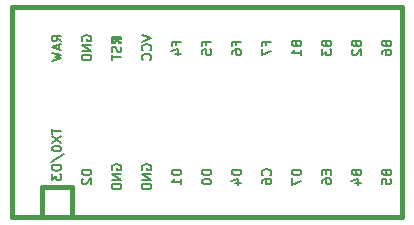
<source format=gbo>
G04 #@! TF.GenerationSoftware,KiCad,Pcbnew,5.1.7*
G04 #@! TF.CreationDate,2020-11-29T13:06:50+02:00*
G04 #@! TF.ProjectId,PM THT Van,504d2054-4854-4205-9661-6e2e6b696361,rev?*
G04 #@! TF.SameCoordinates,Original*
G04 #@! TF.FileFunction,Legend,Bot*
G04 #@! TF.FilePolarity,Positive*
%FSLAX46Y46*%
G04 Gerber Fmt 4.6, Leading zero omitted, Abs format (unit mm)*
G04 Created by KiCad (PCBNEW 5.1.7) date 2020-11-29 13:06:50*
%MOMM*%
%LPD*%
G01*
G04 APERTURE LIST*
%ADD10C,0.381000*%
%ADD11C,0.150000*%
%ADD12C,2.250000*%
%ADD13C,3.987800*%
%ADD14C,1.750000*%
%ADD15C,3.048000*%
%ADD16C,0.100000*%
%ADD17C,1.752600*%
%ADD18R,1.752600X1.752600*%
G04 APERTURE END LIST*
D10*
G04 #@! TO.C,U1*
X45243800Y-59531200D02*
X45243800Y-62071200D01*
X42703800Y-59531200D02*
X45243800Y-59531200D01*
D11*
G36*
X48992830Y-47136565D02*
G01*
X49092830Y-47136565D01*
X49092830Y-47036565D01*
X48992830Y-47036565D01*
X48992830Y-47136565D01*
G37*
X48992830Y-47136565D02*
X49092830Y-47136565D01*
X49092830Y-47036565D01*
X48992830Y-47036565D01*
X48992830Y-47136565D01*
G36*
X48592830Y-46936565D02*
G01*
X49392830Y-46936565D01*
X49392830Y-46836565D01*
X48592830Y-46836565D01*
X48592830Y-46936565D01*
G37*
X48592830Y-46936565D02*
X49392830Y-46936565D01*
X49392830Y-46836565D01*
X48592830Y-46836565D01*
X48592830Y-46936565D01*
G36*
X49192830Y-47336565D02*
G01*
X49392830Y-47336565D01*
X49392830Y-47236565D01*
X49192830Y-47236565D01*
X49192830Y-47336565D01*
G37*
X49192830Y-47336565D02*
X49392830Y-47336565D01*
X49392830Y-47236565D01*
X49192830Y-47236565D01*
X49192830Y-47336565D01*
G36*
X48592830Y-47336565D02*
G01*
X48892830Y-47336565D01*
X48892830Y-47236565D01*
X48592830Y-47236565D01*
X48592830Y-47336565D01*
G37*
X48592830Y-47336565D02*
X48892830Y-47336565D01*
X48892830Y-47236565D01*
X48592830Y-47236565D01*
X48592830Y-47336565D01*
G36*
X48592830Y-47336565D02*
G01*
X48692830Y-47336565D01*
X48692830Y-46836565D01*
X48592830Y-46836565D01*
X48592830Y-47336565D01*
G37*
X48592830Y-47336565D02*
X48692830Y-47336565D01*
X48692830Y-46836565D01*
X48592830Y-46836565D01*
X48592830Y-47336565D01*
D10*
X73183800Y-44291200D02*
X40163800Y-44291200D01*
X73183800Y-62071200D02*
X73183800Y-44291200D01*
X40163800Y-62071200D02*
X73183800Y-62071200D01*
X40163800Y-44291200D02*
X40163800Y-62071200D01*
X42703800Y-59531200D02*
X42703800Y-62071200D01*
D11*
X49357609Y-47607866D02*
X49395704Y-47722152D01*
X49395704Y-47912628D01*
X49357609Y-47988819D01*
X49319514Y-48026914D01*
X49243323Y-48065009D01*
X49167133Y-48065009D01*
X49090942Y-48026914D01*
X49052847Y-47988819D01*
X49014752Y-47912628D01*
X48976657Y-47760247D01*
X48938561Y-47684057D01*
X48900466Y-47645961D01*
X48824276Y-47607866D01*
X48748085Y-47607866D01*
X48671895Y-47645961D01*
X48633800Y-47684057D01*
X48595704Y-47760247D01*
X48595704Y-47950723D01*
X48633800Y-48065009D01*
X48595704Y-48293580D02*
X48595704Y-48750723D01*
X49395704Y-48522152D02*
X48595704Y-48522152D01*
X43535704Y-54562595D02*
X43535704Y-55019738D01*
X44335704Y-54791167D02*
X43535704Y-54791167D01*
X43535704Y-55210214D02*
X44335704Y-55743548D01*
X43535704Y-55743548D02*
X44335704Y-55210214D01*
X43535704Y-56200691D02*
X43535704Y-56276881D01*
X43573800Y-56353072D01*
X43611895Y-56391167D01*
X43688085Y-56429262D01*
X43840466Y-56467357D01*
X44030942Y-56467357D01*
X44183323Y-56429262D01*
X44259514Y-56391167D01*
X44297609Y-56353072D01*
X44335704Y-56276881D01*
X44335704Y-56200691D01*
X44297609Y-56124500D01*
X44259514Y-56086405D01*
X44183323Y-56048310D01*
X44030942Y-56010214D01*
X43840466Y-56010214D01*
X43688085Y-56048310D01*
X43611895Y-56086405D01*
X43573800Y-56124500D01*
X43535704Y-56200691D01*
X43497609Y-57381643D02*
X44526180Y-56695929D01*
X44335704Y-57648310D02*
X43535704Y-57648310D01*
X43535704Y-57838786D01*
X43573800Y-57953072D01*
X43649990Y-58029262D01*
X43726180Y-58067357D01*
X43878561Y-58105452D01*
X43992847Y-58105452D01*
X44145228Y-58067357D01*
X44221419Y-58029262D01*
X44297609Y-57953072D01*
X44335704Y-57838786D01*
X44335704Y-57648310D01*
X43535704Y-58372119D02*
X43535704Y-58867357D01*
X43840466Y-58600691D01*
X43840466Y-58714976D01*
X43878561Y-58791167D01*
X43916657Y-58829262D01*
X43992847Y-58867357D01*
X44183323Y-58867357D01*
X44259514Y-58829262D01*
X44297609Y-58791167D01*
X44335704Y-58714976D01*
X44335704Y-58486405D01*
X44297609Y-58410214D01*
X44259514Y-58372119D01*
X69316657Y-47396390D02*
X69354752Y-47510676D01*
X69392847Y-47548771D01*
X69469038Y-47586866D01*
X69583323Y-47586866D01*
X69659514Y-47548771D01*
X69697609Y-47510676D01*
X69735704Y-47434485D01*
X69735704Y-47129723D01*
X68935704Y-47129723D01*
X68935704Y-47396390D01*
X68973800Y-47472580D01*
X69011895Y-47510676D01*
X69088085Y-47548771D01*
X69164276Y-47548771D01*
X69240466Y-47510676D01*
X69278561Y-47472580D01*
X69316657Y-47396390D01*
X69316657Y-47129723D01*
X69011895Y-47891628D02*
X68973800Y-47929723D01*
X68935704Y-48005914D01*
X68935704Y-48196390D01*
X68973800Y-48272580D01*
X69011895Y-48310676D01*
X69088085Y-48348771D01*
X69164276Y-48348771D01*
X69278561Y-48310676D01*
X69735704Y-47853533D01*
X69735704Y-48348771D01*
X61696657Y-47453533D02*
X61696657Y-47186866D01*
X62115704Y-47186866D02*
X61315704Y-47186866D01*
X61315704Y-47567819D01*
X61315704Y-47796390D02*
X61315704Y-48329723D01*
X62115704Y-47986866D01*
X59156657Y-47453533D02*
X59156657Y-47186866D01*
X59575704Y-47186866D02*
X58775704Y-47186866D01*
X58775704Y-47567819D01*
X58775704Y-48215438D02*
X58775704Y-48063057D01*
X58813800Y-47986866D01*
X58851895Y-47948771D01*
X58966180Y-47872580D01*
X59118561Y-47834485D01*
X59423323Y-47834485D01*
X59499514Y-47872580D01*
X59537609Y-47910676D01*
X59575704Y-47986866D01*
X59575704Y-48139247D01*
X59537609Y-48215438D01*
X59499514Y-48253533D01*
X59423323Y-48291628D01*
X59232847Y-48291628D01*
X59156657Y-48253533D01*
X59118561Y-48215438D01*
X59080466Y-48139247D01*
X59080466Y-47986866D01*
X59118561Y-47910676D01*
X59156657Y-47872580D01*
X59232847Y-47834485D01*
X56616657Y-47453533D02*
X56616657Y-47186866D01*
X57035704Y-47186866D02*
X56235704Y-47186866D01*
X56235704Y-47567819D01*
X56235704Y-48253533D02*
X56235704Y-47872580D01*
X56616657Y-47834485D01*
X56578561Y-47872580D01*
X56540466Y-47948771D01*
X56540466Y-48139247D01*
X56578561Y-48215438D01*
X56616657Y-48253533D01*
X56692847Y-48291628D01*
X56883323Y-48291628D01*
X56959514Y-48253533D01*
X56997609Y-48215438D01*
X57035704Y-48139247D01*
X57035704Y-47948771D01*
X56997609Y-47872580D01*
X56959514Y-47834485D01*
X44335704Y-47167819D02*
X43954752Y-46901152D01*
X44335704Y-46710676D02*
X43535704Y-46710676D01*
X43535704Y-47015438D01*
X43573800Y-47091628D01*
X43611895Y-47129723D01*
X43688085Y-47167819D01*
X43802371Y-47167819D01*
X43878561Y-47129723D01*
X43916657Y-47091628D01*
X43954752Y-47015438D01*
X43954752Y-46710676D01*
X44107133Y-47472580D02*
X44107133Y-47853533D01*
X44335704Y-47396390D02*
X43535704Y-47663057D01*
X44335704Y-47929723D01*
X43535704Y-48120200D02*
X44335704Y-48310676D01*
X43764276Y-48463057D01*
X44335704Y-48615438D01*
X43535704Y-48805914D01*
X46113800Y-47110676D02*
X46075704Y-47034485D01*
X46075704Y-46920200D01*
X46113800Y-46805914D01*
X46189990Y-46729723D01*
X46266180Y-46691628D01*
X46418561Y-46653533D01*
X46532847Y-46653533D01*
X46685228Y-46691628D01*
X46761419Y-46729723D01*
X46837609Y-46805914D01*
X46875704Y-46920200D01*
X46875704Y-46996390D01*
X46837609Y-47110676D01*
X46799514Y-47148771D01*
X46532847Y-47148771D01*
X46532847Y-46996390D01*
X46875704Y-47491628D02*
X46075704Y-47491628D01*
X46875704Y-47948771D01*
X46075704Y-47948771D01*
X46875704Y-48329723D02*
X46075704Y-48329723D01*
X46075704Y-48520200D01*
X46113800Y-48634485D01*
X46189990Y-48710676D01*
X46266180Y-48748771D01*
X46418561Y-48786866D01*
X46532847Y-48786866D01*
X46685228Y-48748771D01*
X46761419Y-48710676D01*
X46837609Y-48634485D01*
X46875704Y-48520200D01*
X46875704Y-48329723D01*
X51155704Y-46653533D02*
X51955704Y-46920200D01*
X51155704Y-47186866D01*
X51879514Y-47910676D02*
X51917609Y-47872580D01*
X51955704Y-47758295D01*
X51955704Y-47682104D01*
X51917609Y-47567819D01*
X51841419Y-47491628D01*
X51765228Y-47453533D01*
X51612847Y-47415438D01*
X51498561Y-47415438D01*
X51346180Y-47453533D01*
X51269990Y-47491628D01*
X51193800Y-47567819D01*
X51155704Y-47682104D01*
X51155704Y-47758295D01*
X51193800Y-47872580D01*
X51231895Y-47910676D01*
X51879514Y-48710676D02*
X51917609Y-48672580D01*
X51955704Y-48558295D01*
X51955704Y-48482104D01*
X51917609Y-48367819D01*
X51841419Y-48291628D01*
X51765228Y-48253533D01*
X51612847Y-48215438D01*
X51498561Y-48215438D01*
X51346180Y-48253533D01*
X51269990Y-48291628D01*
X51193800Y-48367819D01*
X51155704Y-48482104D01*
X51155704Y-48558295D01*
X51193800Y-48672580D01*
X51231895Y-48710676D01*
X54076657Y-47453533D02*
X54076657Y-47186866D01*
X54495704Y-47186866D02*
X53695704Y-47186866D01*
X53695704Y-47567819D01*
X53962371Y-48215438D02*
X54495704Y-48215438D01*
X53657609Y-48024961D02*
X54229038Y-47834485D01*
X54229038Y-48329723D01*
X64236657Y-47396390D02*
X64274752Y-47510676D01*
X64312847Y-47548771D01*
X64389038Y-47586866D01*
X64503323Y-47586866D01*
X64579514Y-47548771D01*
X64617609Y-47510676D01*
X64655704Y-47434485D01*
X64655704Y-47129723D01*
X63855704Y-47129723D01*
X63855704Y-47396390D01*
X63893800Y-47472580D01*
X63931895Y-47510676D01*
X64008085Y-47548771D01*
X64084276Y-47548771D01*
X64160466Y-47510676D01*
X64198561Y-47472580D01*
X64236657Y-47396390D01*
X64236657Y-47129723D01*
X64655704Y-48348771D02*
X64655704Y-47891628D01*
X64655704Y-48120200D02*
X63855704Y-48120200D01*
X63969990Y-48044009D01*
X64046180Y-47967819D01*
X64084276Y-47891628D01*
X66776657Y-47396390D02*
X66814752Y-47510676D01*
X66852847Y-47548771D01*
X66929038Y-47586866D01*
X67043323Y-47586866D01*
X67119514Y-47548771D01*
X67157609Y-47510676D01*
X67195704Y-47434485D01*
X67195704Y-47129723D01*
X66395704Y-47129723D01*
X66395704Y-47396390D01*
X66433800Y-47472580D01*
X66471895Y-47510676D01*
X66548085Y-47548771D01*
X66624276Y-47548771D01*
X66700466Y-47510676D01*
X66738561Y-47472580D01*
X66776657Y-47396390D01*
X66776657Y-47129723D01*
X66395704Y-47853533D02*
X66395704Y-48348771D01*
X66700466Y-48082104D01*
X66700466Y-48196390D01*
X66738561Y-48272580D01*
X66776657Y-48310676D01*
X66852847Y-48348771D01*
X67043323Y-48348771D01*
X67119514Y-48310676D01*
X67157609Y-48272580D01*
X67195704Y-48196390D01*
X67195704Y-47967819D01*
X67157609Y-47891628D01*
X67119514Y-47853533D01*
X71856657Y-47396390D02*
X71894752Y-47510676D01*
X71932847Y-47548771D01*
X72009038Y-47586866D01*
X72123323Y-47586866D01*
X72199514Y-47548771D01*
X72237609Y-47510676D01*
X72275704Y-47434485D01*
X72275704Y-47129723D01*
X71475704Y-47129723D01*
X71475704Y-47396390D01*
X71513800Y-47472580D01*
X71551895Y-47510676D01*
X71628085Y-47548771D01*
X71704276Y-47548771D01*
X71780466Y-47510676D01*
X71818561Y-47472580D01*
X71856657Y-47396390D01*
X71856657Y-47129723D01*
X71475704Y-48272580D02*
X71475704Y-48120200D01*
X71513800Y-48044009D01*
X71551895Y-48005914D01*
X71666180Y-47929723D01*
X71818561Y-47891628D01*
X72123323Y-47891628D01*
X72199514Y-47929723D01*
X72237609Y-47967819D01*
X72275704Y-48044009D01*
X72275704Y-48196390D01*
X72237609Y-48272580D01*
X72199514Y-48310676D01*
X72123323Y-48348771D01*
X71932847Y-48348771D01*
X71856657Y-48310676D01*
X71818561Y-48272580D01*
X71780466Y-48196390D01*
X71780466Y-48044009D01*
X71818561Y-47967819D01*
X71856657Y-47929723D01*
X71932847Y-47891628D01*
X71856657Y-58318390D02*
X71894752Y-58432676D01*
X71932847Y-58470771D01*
X72009038Y-58508866D01*
X72123323Y-58508866D01*
X72199514Y-58470771D01*
X72237609Y-58432676D01*
X72275704Y-58356485D01*
X72275704Y-58051723D01*
X71475704Y-58051723D01*
X71475704Y-58318390D01*
X71513800Y-58394580D01*
X71551895Y-58432676D01*
X71628085Y-58470771D01*
X71704276Y-58470771D01*
X71780466Y-58432676D01*
X71818561Y-58394580D01*
X71856657Y-58318390D01*
X71856657Y-58051723D01*
X71475704Y-59232676D02*
X71475704Y-58851723D01*
X71856657Y-58813628D01*
X71818561Y-58851723D01*
X71780466Y-58927914D01*
X71780466Y-59118390D01*
X71818561Y-59194580D01*
X71856657Y-59232676D01*
X71932847Y-59270771D01*
X72123323Y-59270771D01*
X72199514Y-59232676D01*
X72237609Y-59194580D01*
X72275704Y-59118390D01*
X72275704Y-58927914D01*
X72237609Y-58851723D01*
X72199514Y-58813628D01*
X69316657Y-58318390D02*
X69354752Y-58432676D01*
X69392847Y-58470771D01*
X69469038Y-58508866D01*
X69583323Y-58508866D01*
X69659514Y-58470771D01*
X69697609Y-58432676D01*
X69735704Y-58356485D01*
X69735704Y-58051723D01*
X68935704Y-58051723D01*
X68935704Y-58318390D01*
X68973800Y-58394580D01*
X69011895Y-58432676D01*
X69088085Y-58470771D01*
X69164276Y-58470771D01*
X69240466Y-58432676D01*
X69278561Y-58394580D01*
X69316657Y-58318390D01*
X69316657Y-58051723D01*
X69202371Y-59194580D02*
X69735704Y-59194580D01*
X68897609Y-59004104D02*
X69469038Y-58813628D01*
X69469038Y-59308866D01*
X66776657Y-58089819D02*
X66776657Y-58356485D01*
X67195704Y-58470771D02*
X67195704Y-58089819D01*
X66395704Y-58089819D01*
X66395704Y-58470771D01*
X66395704Y-59156485D02*
X66395704Y-59004104D01*
X66433800Y-58927914D01*
X66471895Y-58889819D01*
X66586180Y-58813628D01*
X66738561Y-58775533D01*
X67043323Y-58775533D01*
X67119514Y-58813628D01*
X67157609Y-58851723D01*
X67195704Y-58927914D01*
X67195704Y-59080295D01*
X67157609Y-59156485D01*
X67119514Y-59194580D01*
X67043323Y-59232676D01*
X66852847Y-59232676D01*
X66776657Y-59194580D01*
X66738561Y-59156485D01*
X66700466Y-59080295D01*
X66700466Y-58927914D01*
X66738561Y-58851723D01*
X66776657Y-58813628D01*
X66852847Y-58775533D01*
X64655704Y-58051723D02*
X63855704Y-58051723D01*
X63855704Y-58242200D01*
X63893800Y-58356485D01*
X63969990Y-58432676D01*
X64046180Y-58470771D01*
X64198561Y-58508866D01*
X64312847Y-58508866D01*
X64465228Y-58470771D01*
X64541419Y-58432676D01*
X64617609Y-58356485D01*
X64655704Y-58242200D01*
X64655704Y-58051723D01*
X63855704Y-58775533D02*
X63855704Y-59308866D01*
X64655704Y-58966009D01*
X62039514Y-58508866D02*
X62077609Y-58470771D01*
X62115704Y-58356485D01*
X62115704Y-58280295D01*
X62077609Y-58166009D01*
X62001419Y-58089819D01*
X61925228Y-58051723D01*
X61772847Y-58013628D01*
X61658561Y-58013628D01*
X61506180Y-58051723D01*
X61429990Y-58089819D01*
X61353800Y-58166009D01*
X61315704Y-58280295D01*
X61315704Y-58356485D01*
X61353800Y-58470771D01*
X61391895Y-58508866D01*
X61315704Y-59194580D02*
X61315704Y-59042200D01*
X61353800Y-58966009D01*
X61391895Y-58927914D01*
X61506180Y-58851723D01*
X61658561Y-58813628D01*
X61963323Y-58813628D01*
X62039514Y-58851723D01*
X62077609Y-58889819D01*
X62115704Y-58966009D01*
X62115704Y-59118390D01*
X62077609Y-59194580D01*
X62039514Y-59232676D01*
X61963323Y-59270771D01*
X61772847Y-59270771D01*
X61696657Y-59232676D01*
X61658561Y-59194580D01*
X61620466Y-59118390D01*
X61620466Y-58966009D01*
X61658561Y-58889819D01*
X61696657Y-58851723D01*
X61772847Y-58813628D01*
X59575704Y-58051723D02*
X58775704Y-58051723D01*
X58775704Y-58242200D01*
X58813800Y-58356485D01*
X58889990Y-58432676D01*
X58966180Y-58470771D01*
X59118561Y-58508866D01*
X59232847Y-58508866D01*
X59385228Y-58470771D01*
X59461419Y-58432676D01*
X59537609Y-58356485D01*
X59575704Y-58242200D01*
X59575704Y-58051723D01*
X59042371Y-59194580D02*
X59575704Y-59194580D01*
X58737609Y-59004104D02*
X59309038Y-58813628D01*
X59309038Y-59308866D01*
X48653800Y-58032676D02*
X48615704Y-57956485D01*
X48615704Y-57842200D01*
X48653800Y-57727914D01*
X48729990Y-57651723D01*
X48806180Y-57613628D01*
X48958561Y-57575533D01*
X49072847Y-57575533D01*
X49225228Y-57613628D01*
X49301419Y-57651723D01*
X49377609Y-57727914D01*
X49415704Y-57842200D01*
X49415704Y-57918390D01*
X49377609Y-58032676D01*
X49339514Y-58070771D01*
X49072847Y-58070771D01*
X49072847Y-57918390D01*
X49415704Y-58413628D02*
X48615704Y-58413628D01*
X49415704Y-58870771D01*
X48615704Y-58870771D01*
X49415704Y-59251723D02*
X48615704Y-59251723D01*
X48615704Y-59442200D01*
X48653800Y-59556485D01*
X48729990Y-59632676D01*
X48806180Y-59670771D01*
X48958561Y-59708866D01*
X49072847Y-59708866D01*
X49225228Y-59670771D01*
X49301419Y-59632676D01*
X49377609Y-59556485D01*
X49415704Y-59442200D01*
X49415704Y-59251723D01*
X51193800Y-58032676D02*
X51155704Y-57956485D01*
X51155704Y-57842200D01*
X51193800Y-57727914D01*
X51269990Y-57651723D01*
X51346180Y-57613628D01*
X51498561Y-57575533D01*
X51612847Y-57575533D01*
X51765228Y-57613628D01*
X51841419Y-57651723D01*
X51917609Y-57727914D01*
X51955704Y-57842200D01*
X51955704Y-57918390D01*
X51917609Y-58032676D01*
X51879514Y-58070771D01*
X51612847Y-58070771D01*
X51612847Y-57918390D01*
X51955704Y-58413628D02*
X51155704Y-58413628D01*
X51955704Y-58870771D01*
X51155704Y-58870771D01*
X51955704Y-59251723D02*
X51155704Y-59251723D01*
X51155704Y-59442200D01*
X51193800Y-59556485D01*
X51269990Y-59632676D01*
X51346180Y-59670771D01*
X51498561Y-59708866D01*
X51612847Y-59708866D01*
X51765228Y-59670771D01*
X51841419Y-59632676D01*
X51917609Y-59556485D01*
X51955704Y-59442200D01*
X51955704Y-59251723D01*
X54495704Y-58051723D02*
X53695704Y-58051723D01*
X53695704Y-58242200D01*
X53733800Y-58356485D01*
X53809990Y-58432676D01*
X53886180Y-58470771D01*
X54038561Y-58508866D01*
X54152847Y-58508866D01*
X54305228Y-58470771D01*
X54381419Y-58432676D01*
X54457609Y-58356485D01*
X54495704Y-58242200D01*
X54495704Y-58051723D01*
X54495704Y-59270771D02*
X54495704Y-58813628D01*
X54495704Y-59042200D02*
X53695704Y-59042200D01*
X53809990Y-58966009D01*
X53886180Y-58889819D01*
X53924276Y-58813628D01*
X57035704Y-58051723D02*
X56235704Y-58051723D01*
X56235704Y-58242200D01*
X56273800Y-58356485D01*
X56349990Y-58432676D01*
X56426180Y-58470771D01*
X56578561Y-58508866D01*
X56692847Y-58508866D01*
X56845228Y-58470771D01*
X56921419Y-58432676D01*
X56997609Y-58356485D01*
X57035704Y-58242200D01*
X57035704Y-58051723D01*
X56235704Y-59004104D02*
X56235704Y-59080295D01*
X56273800Y-59156485D01*
X56311895Y-59194580D01*
X56388085Y-59232676D01*
X56540466Y-59270771D01*
X56730942Y-59270771D01*
X56883323Y-59232676D01*
X56959514Y-59194580D01*
X56997609Y-59156485D01*
X57035704Y-59080295D01*
X57035704Y-59004104D01*
X56997609Y-58927914D01*
X56959514Y-58889819D01*
X56883323Y-58851723D01*
X56730942Y-58813628D01*
X56540466Y-58813628D01*
X56388085Y-58851723D01*
X56311895Y-58889819D01*
X56273800Y-58927914D01*
X56235704Y-59004104D01*
X46875704Y-58051723D02*
X46075704Y-58051723D01*
X46075704Y-58242200D01*
X46113800Y-58356485D01*
X46189990Y-58432676D01*
X46266180Y-58470771D01*
X46418561Y-58508866D01*
X46532847Y-58508866D01*
X46685228Y-58470771D01*
X46761419Y-58432676D01*
X46837609Y-58356485D01*
X46875704Y-58242200D01*
X46875704Y-58051723D01*
X46151895Y-58813628D02*
X46113800Y-58851723D01*
X46075704Y-58927914D01*
X46075704Y-59118390D01*
X46113800Y-59194580D01*
X46151895Y-59232676D01*
X46228085Y-59270771D01*
X46304276Y-59270771D01*
X46418561Y-59232676D01*
X46875704Y-58775533D01*
X46875704Y-59270771D01*
G04 #@! TD*
%LPC*%
D12*
G04 #@! TO.C,SW19*
X139065000Y-125095000D03*
D13*
X136525000Y-130175000D03*
D12*
X132715000Y-127635000D03*
D14*
X131445000Y-130175000D03*
X141605000Y-130175000D03*
D15*
X124618750Y-137160000D03*
X148431250Y-137160000D03*
D13*
X124618750Y-121920000D03*
X148431250Y-121920000D03*
G04 #@! TD*
D12*
G04 #@! TO.C,SW26*
X179546000Y-125095000D03*
D13*
X177006000Y-130175000D03*
D12*
X173196000Y-127635000D03*
D14*
X171926000Y-130175000D03*
X182086000Y-130175000D03*
D15*
X165099750Y-137160000D03*
X188912250Y-137160000D03*
D13*
X165099750Y-121920000D03*
X188912250Y-121920000D03*
G04 #@! TD*
D12*
G04 #@! TO.C,SW46*
X267652000Y-67945000D03*
D13*
X265112000Y-73025000D03*
D12*
X261302000Y-70485000D03*
D14*
X260032000Y-73025000D03*
X270192000Y-73025000D03*
G04 #@! TD*
D12*
G04 #@! TO.C,SW40*
X267652000Y-125095000D03*
D13*
X265112000Y-130175000D03*
D12*
X261302000Y-127635000D03*
D14*
X260032000Y-130175000D03*
X270192000Y-130175000D03*
G04 #@! TD*
D12*
G04 #@! TO.C,SW3*
X58102500Y-106045000D03*
D13*
X55562500Y-111125000D03*
D12*
X51752500Y-108585000D03*
D14*
X50482500Y-111125000D03*
X60642500Y-111125000D03*
G04 #@! TD*
D12*
G04 #@! TO.C,SW47*
X270034000Y-86995000D03*
D13*
X267494000Y-92075000D03*
D12*
X263684000Y-89535000D03*
D14*
X262414000Y-92075000D03*
X272574000Y-92075000D03*
G04 #@! TD*
D12*
G04 #@! TO.C,SW35*
X236696000Y-125095000D03*
D13*
X234156000Y-130175000D03*
D12*
X230346000Y-127635000D03*
D14*
X229076000Y-130175000D03*
X239236000Y-130175000D03*
G04 #@! TD*
D12*
G04 #@! TO.C,SW31*
X212884000Y-125095000D03*
D13*
X210344000Y-130175000D03*
D12*
X206534000Y-127635000D03*
D14*
X205264000Y-130175000D03*
X215424000Y-130175000D03*
G04 #@! TD*
D12*
G04 #@! TO.C,SW8*
X79533800Y-125095000D03*
D13*
X76993800Y-130175000D03*
D12*
X73183800Y-127635000D03*
D14*
X71913800Y-130175000D03*
X82073800Y-130175000D03*
G04 #@! TD*
D12*
G04 #@! TO.C,SW30*
X210502000Y-125095000D03*
D13*
X207962000Y-130175000D03*
D12*
X204152000Y-127635000D03*
D14*
X202882000Y-130175000D03*
X213042000Y-130175000D03*
G04 #@! TD*
D12*
G04 #@! TO.C,SW12*
X105728000Y-125095000D03*
D13*
X103188000Y-130175000D03*
D12*
X99378000Y-127635000D03*
D14*
X98108000Y-130175000D03*
X108268000Y-130175000D03*
G04 #@! TD*
D12*
G04 #@! TO.C,SW4*
X53340000Y-125095000D03*
D13*
X50800000Y-130175000D03*
D12*
X46990000Y-127635000D03*
D14*
X45720000Y-130175000D03*
X55880000Y-130175000D03*
G04 #@! TD*
D12*
G04 #@! TO.C,SW2*
X53340000Y-86995000D03*
D13*
X50800000Y-92075000D03*
D12*
X46990000Y-89535000D03*
D14*
X45720000Y-92075000D03*
X55880000Y-92075000D03*
G04 #@! TD*
D12*
G04 #@! TO.C,SW53*
X108109000Y-125095000D03*
D13*
X105569000Y-130175000D03*
D12*
X101759000Y-127635000D03*
D14*
X100489000Y-130175000D03*
X110649000Y-130175000D03*
G04 #@! TD*
D12*
G04 #@! TO.C,SW52*
X89058800Y-125095000D03*
D13*
X86518800Y-130175000D03*
D12*
X82708800Y-127635000D03*
D14*
X81438800Y-130175000D03*
X91598800Y-130175000D03*
G04 #@! TD*
D12*
G04 #@! TO.C,SW51*
X70008800Y-125095000D03*
D13*
X67468800Y-130175000D03*
D12*
X63658800Y-127635000D03*
D14*
X62388800Y-130175000D03*
X72548800Y-130175000D03*
G04 #@! TD*
D12*
G04 #@! TO.C,SW50*
X50958800Y-125095000D03*
D13*
X48418800Y-130175000D03*
D12*
X44608800Y-127635000D03*
D14*
X43338800Y-130175000D03*
X53498800Y-130175000D03*
G04 #@! TD*
D12*
G04 #@! TO.C,SW48*
X274796000Y-106045000D03*
D13*
X272256000Y-111125000D03*
D12*
X268446000Y-108585000D03*
D14*
X267176000Y-111125000D03*
X277336000Y-111125000D03*
G04 #@! TD*
D12*
G04 #@! TO.C,SW45*
X241459000Y-67945000D03*
D13*
X238919000Y-73025000D03*
D12*
X235109000Y-70485000D03*
D14*
X233839000Y-73025000D03*
X243999000Y-73025000D03*
G04 #@! TD*
D12*
G04 #@! TO.C,SW44*
X274796000Y-125095000D03*
D13*
X272256000Y-130175000D03*
D12*
X268446000Y-127635000D03*
D14*
X267176000Y-130175000D03*
X277336000Y-130175000D03*
G04 #@! TD*
D12*
G04 #@! TO.C,SW43*
X255746000Y-106045000D03*
D13*
X253206000Y-111125000D03*
D12*
X249396000Y-108585000D03*
D14*
X248126000Y-111125000D03*
X258286000Y-111125000D03*
G04 #@! TD*
D12*
G04 #@! TO.C,SW42*
X246221000Y-86995000D03*
D13*
X243681000Y-92075000D03*
D12*
X239871000Y-89535000D03*
D14*
X238601000Y-92075000D03*
X248761000Y-92075000D03*
G04 #@! TD*
D12*
G04 #@! TO.C,SW41*
X255746000Y-125095000D03*
D13*
X253206000Y-130175000D03*
D12*
X249396000Y-127635000D03*
D14*
X248126000Y-130175000D03*
X258286000Y-130175000D03*
G04 #@! TD*
D12*
G04 #@! TO.C,SW39*
X236696000Y-106045000D03*
D13*
X234156000Y-111125000D03*
D12*
X230346000Y-108585000D03*
D14*
X229076000Y-111125000D03*
X239236000Y-111125000D03*
G04 #@! TD*
D12*
G04 #@! TO.C,SW38*
X227171000Y-86995000D03*
D13*
X224631000Y-92075000D03*
D12*
X220821000Y-89535000D03*
D14*
X219551000Y-92075000D03*
X229711000Y-92075000D03*
G04 #@! TD*
D12*
G04 #@! TO.C,SW37*
X222409000Y-67945000D03*
D13*
X219869000Y-73025000D03*
D12*
X216059000Y-70485000D03*
D14*
X214789000Y-73025000D03*
X224949000Y-73025000D03*
G04 #@! TD*
D12*
G04 #@! TO.C,SW36*
X236696000Y-125095000D03*
D13*
X234156000Y-130175000D03*
D12*
X230346000Y-127635000D03*
D14*
X229076000Y-130175000D03*
X239236000Y-130175000D03*
G04 #@! TD*
D12*
G04 #@! TO.C,SW34*
X217646000Y-106045000D03*
D13*
X215106000Y-111125000D03*
D12*
X211296000Y-108585000D03*
D14*
X210026000Y-111125000D03*
X220186000Y-111125000D03*
G04 #@! TD*
D12*
G04 #@! TO.C,SW33*
X208121000Y-86995000D03*
D13*
X205581000Y-92075000D03*
D12*
X201771000Y-89535000D03*
D14*
X200501000Y-92075000D03*
X210661000Y-92075000D03*
G04 #@! TD*
D12*
G04 #@! TO.C,SW32*
X203359000Y-67945000D03*
D13*
X200819000Y-73025000D03*
D12*
X197009000Y-70485000D03*
D14*
X195739000Y-73025000D03*
X205899000Y-73025000D03*
G04 #@! TD*
D12*
G04 #@! TO.C,SW29*
X198596000Y-106045000D03*
D13*
X196056000Y-111125000D03*
D12*
X192246000Y-108585000D03*
D14*
X190976000Y-111125000D03*
X201136000Y-111125000D03*
G04 #@! TD*
D12*
G04 #@! TO.C,SW28*
X189071000Y-86995000D03*
D13*
X186531000Y-92075000D03*
D12*
X182721000Y-89535000D03*
D14*
X181451000Y-92075000D03*
X191611000Y-92075000D03*
G04 #@! TD*
D12*
G04 #@! TO.C,SW27*
X184309000Y-67945000D03*
D13*
X181769000Y-73025000D03*
D12*
X177959000Y-70485000D03*
D14*
X176689000Y-73025000D03*
X186849000Y-73025000D03*
G04 #@! TD*
D12*
G04 #@! TO.C,SW25*
X179546000Y-106045000D03*
D13*
X177006000Y-111125000D03*
D12*
X173196000Y-108585000D03*
D14*
X171926000Y-111125000D03*
X182086000Y-111125000D03*
G04 #@! TD*
D12*
G04 #@! TO.C,SW24*
X170021000Y-86995000D03*
D13*
X167481000Y-92075000D03*
D12*
X163671000Y-89535000D03*
D14*
X162401000Y-92075000D03*
X172561000Y-92075000D03*
G04 #@! TD*
D12*
G04 #@! TO.C,SW23*
X165259000Y-67945000D03*
D13*
X162719000Y-73025000D03*
D12*
X158909000Y-70485000D03*
D14*
X157639000Y-73025000D03*
X167799000Y-73025000D03*
G04 #@! TD*
D12*
G04 #@! TO.C,SW22*
X160496000Y-106045000D03*
D13*
X157956000Y-111125000D03*
D12*
X154146000Y-108585000D03*
D14*
X152876000Y-111125000D03*
X163036000Y-111125000D03*
G04 #@! TD*
D12*
G04 #@! TO.C,SW21*
X150971000Y-86995000D03*
D13*
X148431000Y-92075000D03*
D12*
X144621000Y-89535000D03*
D14*
X143351000Y-92075000D03*
X153511000Y-92075000D03*
G04 #@! TD*
D12*
G04 #@! TO.C,SW20*
X146209000Y-67945000D03*
D13*
X143669000Y-73025000D03*
D12*
X139859000Y-70485000D03*
D14*
X138589000Y-73025000D03*
X148749000Y-73025000D03*
G04 #@! TD*
D12*
G04 #@! TO.C,SW18*
X141446000Y-106045000D03*
D13*
X138906000Y-111125000D03*
D12*
X135096000Y-108585000D03*
D14*
X133826000Y-111125000D03*
X143986000Y-111125000D03*
G04 #@! TD*
D12*
G04 #@! TO.C,SW17*
X131921000Y-86995000D03*
D13*
X129381000Y-92075000D03*
D12*
X125571000Y-89535000D03*
D14*
X124301000Y-92075000D03*
X134461000Y-92075000D03*
G04 #@! TD*
D12*
G04 #@! TO.C,SW16*
X127159000Y-67945000D03*
D13*
X124619000Y-73025000D03*
D12*
X120809000Y-70485000D03*
D14*
X119539000Y-73025000D03*
X129699000Y-73025000D03*
G04 #@! TD*
D12*
G04 #@! TO.C,SW15*
X122396000Y-106045000D03*
D13*
X119856000Y-111125000D03*
D12*
X116046000Y-108585000D03*
D14*
X114776000Y-111125000D03*
X124936000Y-111125000D03*
G04 #@! TD*
D12*
G04 #@! TO.C,SW14*
X112871000Y-86995000D03*
D13*
X110331000Y-92075000D03*
D12*
X106521000Y-89535000D03*
D14*
X105251000Y-92075000D03*
X115411000Y-92075000D03*
G04 #@! TD*
D12*
G04 #@! TO.C,SW13*
X108109000Y-67945000D03*
D13*
X105569000Y-73025000D03*
D12*
X101759000Y-70485000D03*
D14*
X100489000Y-73025000D03*
X110649000Y-73025000D03*
G04 #@! TD*
D12*
G04 #@! TO.C,SW11*
X103346000Y-106045000D03*
D13*
X100806000Y-111125000D03*
D12*
X96996000Y-108585000D03*
D14*
X95726000Y-111125000D03*
X105886000Y-111125000D03*
G04 #@! TD*
D12*
G04 #@! TO.C,SW10*
X93821200Y-86995000D03*
D13*
X91281200Y-92075000D03*
D12*
X87471200Y-89535000D03*
D14*
X86201200Y-92075000D03*
X96361200Y-92075000D03*
G04 #@! TD*
D12*
G04 #@! TO.C,SW9*
X89058800Y-67945000D03*
D13*
X86518800Y-73025000D03*
D12*
X82708800Y-70485000D03*
D14*
X81438800Y-73025000D03*
X91598800Y-73025000D03*
G04 #@! TD*
D12*
G04 #@! TO.C,SW7*
X84296200Y-106045000D03*
D13*
X81756200Y-111125000D03*
D12*
X77946200Y-108585000D03*
D14*
X76676200Y-111125000D03*
X86836200Y-111125000D03*
G04 #@! TD*
D12*
G04 #@! TO.C,SW6*
X74771200Y-86995000D03*
D13*
X72231200Y-92075000D03*
D12*
X68421200Y-89535000D03*
D14*
X67151200Y-92075000D03*
X77311200Y-92075000D03*
G04 #@! TD*
D12*
G04 #@! TO.C,SW5*
X70008800Y-67945000D03*
D13*
X67468800Y-73025000D03*
D12*
X63658800Y-70485000D03*
D14*
X62388800Y-73025000D03*
X72548800Y-73025000D03*
G04 #@! TD*
D12*
G04 #@! TO.C,SW1*
X50958800Y-67945000D03*
D13*
X48418800Y-73025000D03*
D12*
X44608800Y-70485000D03*
D14*
X43338800Y-73025000D03*
X53498800Y-73025000D03*
G04 #@! TD*
G04 #@! TO.C,D46*
G36*
G01*
X270608531Y-47565031D02*
X270608531Y-47565031D01*
G75*
G02*
X269477161Y-47565031I-565685J565685D01*
G01*
X269477161Y-47565031D01*
G75*
G02*
X269477161Y-46433661I565685J565685D01*
G01*
X269477161Y-46433661D01*
G75*
G02*
X270608531Y-46433661I565685J-565685D01*
G01*
X270608531Y-46433661D01*
G75*
G02*
X270608531Y-47565031I-565685J-565685D01*
G01*
G37*
D16*
G36*
X276562371Y-52387500D02*
G01*
X275431000Y-53518871D01*
X274299629Y-52387500D01*
X275431000Y-51256129D01*
X276562371Y-52387500D01*
G37*
G04 #@! TD*
D17*
G04 #@! TO.C,U1*
X43973800Y-45561200D03*
X71913800Y-60801200D03*
X46513800Y-45561200D03*
X49053800Y-45561200D03*
X51593800Y-45561200D03*
X54133800Y-45561200D03*
X56673800Y-45561200D03*
X59213800Y-45561200D03*
X61753800Y-45561200D03*
X64293800Y-45561200D03*
X66833800Y-45561200D03*
X69373800Y-45561200D03*
X71913800Y-45561200D03*
X69373800Y-60801200D03*
X66833800Y-60801200D03*
X64293800Y-60801200D03*
X61753800Y-60801200D03*
X59213800Y-60801200D03*
X56673800Y-60801200D03*
X54133800Y-60801200D03*
X51593800Y-60801200D03*
X49053800Y-60801200D03*
X46513800Y-60801200D03*
D18*
X43973800Y-60801200D03*
G04 #@! TD*
G04 #@! TO.C,D45*
G36*
G01*
X270608531Y-60384969D02*
X270608531Y-60384969D01*
G75*
G02*
X270608531Y-61516339I-565685J-565685D01*
G01*
X270608531Y-61516339D01*
G75*
G02*
X269477161Y-61516339I-565685J565685D01*
G01*
X269477161Y-61516339D01*
G75*
G02*
X269477161Y-60384969I565685J565685D01*
G01*
X269477161Y-60384969D01*
G75*
G02*
X270608531Y-60384969I565685J-565685D01*
G01*
G37*
D16*
G36*
X275431000Y-54431129D02*
G01*
X276562371Y-55562500D01*
X275431000Y-56693871D01*
X274299629Y-55562500D01*
X275431000Y-54431129D01*
G37*
G04 #@! TD*
G04 #@! TO.C,D44*
G36*
G01*
X265966469Y-47565031D02*
X265966469Y-47565031D01*
G75*
G02*
X265966469Y-46433661I565685J565685D01*
G01*
X265966469Y-46433661D01*
G75*
G02*
X267097839Y-46433661I565685J-565685D01*
G01*
X267097839Y-46433661D01*
G75*
G02*
X267097839Y-47565031I-565685J-565685D01*
G01*
X267097839Y-47565031D01*
G75*
G02*
X265966469Y-47565031I-565685J565685D01*
G01*
G37*
G36*
X261144000Y-53518871D02*
G01*
X260012629Y-52387500D01*
X261144000Y-51256129D01*
X262275371Y-52387500D01*
X261144000Y-53518871D01*
G37*
G04 #@! TD*
G04 #@! TO.C,D43*
G36*
G01*
X253146531Y-60384969D02*
X253146531Y-60384969D01*
G75*
G02*
X253146531Y-61516339I-565685J-565685D01*
G01*
X253146531Y-61516339D01*
G75*
G02*
X252015161Y-61516339I-565685J565685D01*
G01*
X252015161Y-61516339D01*
G75*
G02*
X252015161Y-60384969I565685J565685D01*
G01*
X252015161Y-60384969D01*
G75*
G02*
X253146531Y-60384969I565685J-565685D01*
G01*
G37*
G36*
X257969000Y-54431129D02*
G01*
X259100371Y-55562500D01*
X257969000Y-56693871D01*
X256837629Y-55562500D01*
X257969000Y-54431129D01*
G37*
G04 #@! TD*
G04 #@! TO.C,D42*
G36*
G01*
X265966469Y-60384969D02*
X265966469Y-60384969D01*
G75*
G02*
X267097839Y-60384969I565685J-565685D01*
G01*
X267097839Y-60384969D01*
G75*
G02*
X267097839Y-61516339I-565685J-565685D01*
G01*
X267097839Y-61516339D01*
G75*
G02*
X265966469Y-61516339I-565685J565685D01*
G01*
X265966469Y-61516339D01*
G75*
G02*
X265966469Y-60384969I565685J565685D01*
G01*
G37*
G36*
X260012629Y-55562500D02*
G01*
X261144000Y-54431129D01*
X262275371Y-55562500D01*
X261144000Y-56693871D01*
X260012629Y-55562500D01*
G37*
G04 #@! TD*
G04 #@! TO.C,D41*
G36*
G01*
X253146531Y-47565031D02*
X253146531Y-47565031D01*
G75*
G02*
X252015161Y-47565031I-565685J565685D01*
G01*
X252015161Y-47565031D01*
G75*
G02*
X252015161Y-46433661I565685J565685D01*
G01*
X252015161Y-46433661D01*
G75*
G02*
X253146531Y-46433661I565685J-565685D01*
G01*
X253146531Y-46433661D01*
G75*
G02*
X253146531Y-47565031I-565685J-565685D01*
G01*
G37*
G36*
X259100371Y-52387500D02*
G01*
X257969000Y-53518871D01*
X256837629Y-52387500D01*
X257969000Y-51256129D01*
X259100371Y-52387500D01*
G37*
G04 #@! TD*
G04 #@! TO.C,D40*
G36*
G01*
X248503469Y-47565031D02*
X248503469Y-47565031D01*
G75*
G02*
X248503469Y-46433661I565685J565685D01*
G01*
X248503469Y-46433661D01*
G75*
G02*
X249634839Y-46433661I565685J-565685D01*
G01*
X249634839Y-46433661D01*
G75*
G02*
X249634839Y-47565031I-565685J-565685D01*
G01*
X249634839Y-47565031D01*
G75*
G02*
X248503469Y-47565031I-565685J565685D01*
G01*
G37*
G36*
X243681000Y-53518871D02*
G01*
X242549629Y-52387500D01*
X243681000Y-51256129D01*
X244812371Y-52387500D01*
X243681000Y-53518871D01*
G37*
G04 #@! TD*
G04 #@! TO.C,D39*
G36*
G01*
X235683531Y-60384969D02*
X235683531Y-60384969D01*
G75*
G02*
X235683531Y-61516339I-565685J-565685D01*
G01*
X235683531Y-61516339D01*
G75*
G02*
X234552161Y-61516339I-565685J565685D01*
G01*
X234552161Y-61516339D01*
G75*
G02*
X234552161Y-60384969I565685J565685D01*
G01*
X234552161Y-60384969D01*
G75*
G02*
X235683531Y-60384969I565685J-565685D01*
G01*
G37*
G36*
X240506000Y-54431129D02*
G01*
X241637371Y-55562500D01*
X240506000Y-56693871D01*
X239374629Y-55562500D01*
X240506000Y-54431129D01*
G37*
G04 #@! TD*
G04 #@! TO.C,D38*
G36*
G01*
X248503469Y-60384969D02*
X248503469Y-60384969D01*
G75*
G02*
X249634839Y-60384969I565685J-565685D01*
G01*
X249634839Y-60384969D01*
G75*
G02*
X249634839Y-61516339I-565685J-565685D01*
G01*
X249634839Y-61516339D01*
G75*
G02*
X248503469Y-61516339I-565685J565685D01*
G01*
X248503469Y-61516339D01*
G75*
G02*
X248503469Y-60384969I565685J565685D01*
G01*
G37*
G36*
X242549629Y-55562500D02*
G01*
X243681000Y-54431129D01*
X244812371Y-55562500D01*
X243681000Y-56693871D01*
X242549629Y-55562500D01*
G37*
G04 #@! TD*
G04 #@! TO.C,D37*
G36*
G01*
X235683531Y-47565031D02*
X235683531Y-47565031D01*
G75*
G02*
X234552161Y-47565031I-565685J565685D01*
G01*
X234552161Y-47565031D01*
G75*
G02*
X234552161Y-46433661I565685J565685D01*
G01*
X234552161Y-46433661D01*
G75*
G02*
X235683531Y-46433661I565685J-565685D01*
G01*
X235683531Y-46433661D01*
G75*
G02*
X235683531Y-47565031I-565685J-565685D01*
G01*
G37*
G36*
X241637371Y-52387500D02*
G01*
X240506000Y-53518871D01*
X239374629Y-52387500D01*
X240506000Y-51256129D01*
X241637371Y-52387500D01*
G37*
G04 #@! TD*
G04 #@! TO.C,D36*
G36*
G01*
X231041469Y-47565031D02*
X231041469Y-47565031D01*
G75*
G02*
X231041469Y-46433661I565685J565685D01*
G01*
X231041469Y-46433661D01*
G75*
G02*
X232172839Y-46433661I565685J-565685D01*
G01*
X232172839Y-46433661D01*
G75*
G02*
X232172839Y-47565031I-565685J-565685D01*
G01*
X232172839Y-47565031D01*
G75*
G02*
X231041469Y-47565031I-565685J565685D01*
G01*
G37*
G36*
X226219000Y-53518871D02*
G01*
X225087629Y-52387500D01*
X226219000Y-51256129D01*
X227350371Y-52387500D01*
X226219000Y-53518871D01*
G37*
G04 #@! TD*
G04 #@! TO.C,D35*
G36*
G01*
X218221531Y-60384969D02*
X218221531Y-60384969D01*
G75*
G02*
X218221531Y-61516339I-565685J-565685D01*
G01*
X218221531Y-61516339D01*
G75*
G02*
X217090161Y-61516339I-565685J565685D01*
G01*
X217090161Y-61516339D01*
G75*
G02*
X217090161Y-60384969I565685J565685D01*
G01*
X217090161Y-60384969D01*
G75*
G02*
X218221531Y-60384969I565685J-565685D01*
G01*
G37*
G36*
X223044000Y-54431129D02*
G01*
X224175371Y-55562500D01*
X223044000Y-56693871D01*
X221912629Y-55562500D01*
X223044000Y-54431129D01*
G37*
G04 #@! TD*
G04 #@! TO.C,D34*
G36*
G01*
X231041469Y-60384969D02*
X231041469Y-60384969D01*
G75*
G02*
X232172839Y-60384969I565685J-565685D01*
G01*
X232172839Y-60384969D01*
G75*
G02*
X232172839Y-61516339I-565685J-565685D01*
G01*
X232172839Y-61516339D01*
G75*
G02*
X231041469Y-61516339I-565685J565685D01*
G01*
X231041469Y-61516339D01*
G75*
G02*
X231041469Y-60384969I565685J565685D01*
G01*
G37*
G36*
X225087629Y-55562500D02*
G01*
X226219000Y-54431129D01*
X227350371Y-55562500D01*
X226219000Y-56693871D01*
X225087629Y-55562500D01*
G37*
G04 #@! TD*
G04 #@! TO.C,D33*
G36*
G01*
X218221531Y-47565031D02*
X218221531Y-47565031D01*
G75*
G02*
X217090161Y-47565031I-565685J565685D01*
G01*
X217090161Y-47565031D01*
G75*
G02*
X217090161Y-46433661I565685J565685D01*
G01*
X217090161Y-46433661D01*
G75*
G02*
X218221531Y-46433661I565685J-565685D01*
G01*
X218221531Y-46433661D01*
G75*
G02*
X218221531Y-47565031I-565685J-565685D01*
G01*
G37*
G36*
X224175371Y-52387500D02*
G01*
X223044000Y-53518871D01*
X221912629Y-52387500D01*
X223044000Y-51256129D01*
X224175371Y-52387500D01*
G37*
G04 #@! TD*
G04 #@! TO.C,D32*
G36*
G01*
X213578469Y-47565031D02*
X213578469Y-47565031D01*
G75*
G02*
X213578469Y-46433661I565685J565685D01*
G01*
X213578469Y-46433661D01*
G75*
G02*
X214709839Y-46433661I565685J-565685D01*
G01*
X214709839Y-46433661D01*
G75*
G02*
X214709839Y-47565031I-565685J-565685D01*
G01*
X214709839Y-47565031D01*
G75*
G02*
X213578469Y-47565031I-565685J565685D01*
G01*
G37*
G36*
X208756000Y-53518871D02*
G01*
X207624629Y-52387500D01*
X208756000Y-51256129D01*
X209887371Y-52387500D01*
X208756000Y-53518871D01*
G37*
G04 #@! TD*
G04 #@! TO.C,D31*
G36*
G01*
X200758531Y-60384969D02*
X200758531Y-60384969D01*
G75*
G02*
X200758531Y-61516339I-565685J-565685D01*
G01*
X200758531Y-61516339D01*
G75*
G02*
X199627161Y-61516339I-565685J565685D01*
G01*
X199627161Y-61516339D01*
G75*
G02*
X199627161Y-60384969I565685J565685D01*
G01*
X199627161Y-60384969D01*
G75*
G02*
X200758531Y-60384969I565685J-565685D01*
G01*
G37*
G36*
X205581000Y-54431129D02*
G01*
X206712371Y-55562500D01*
X205581000Y-56693871D01*
X204449629Y-55562500D01*
X205581000Y-54431129D01*
G37*
G04 #@! TD*
G04 #@! TO.C,D30*
G36*
G01*
X213578469Y-60384969D02*
X213578469Y-60384969D01*
G75*
G02*
X214709839Y-60384969I565685J-565685D01*
G01*
X214709839Y-60384969D01*
G75*
G02*
X214709839Y-61516339I-565685J-565685D01*
G01*
X214709839Y-61516339D01*
G75*
G02*
X213578469Y-61516339I-565685J565685D01*
G01*
X213578469Y-61516339D01*
G75*
G02*
X213578469Y-60384969I565685J565685D01*
G01*
G37*
G36*
X207624629Y-55562500D02*
G01*
X208756000Y-54431129D01*
X209887371Y-55562500D01*
X208756000Y-56693871D01*
X207624629Y-55562500D01*
G37*
G04 #@! TD*
G04 #@! TO.C,D29*
G36*
G01*
X200758531Y-47565031D02*
X200758531Y-47565031D01*
G75*
G02*
X199627161Y-47565031I-565685J565685D01*
G01*
X199627161Y-47565031D01*
G75*
G02*
X199627161Y-46433661I565685J565685D01*
G01*
X199627161Y-46433661D01*
G75*
G02*
X200758531Y-46433661I565685J-565685D01*
G01*
X200758531Y-46433661D01*
G75*
G02*
X200758531Y-47565031I-565685J-565685D01*
G01*
G37*
G36*
X206712371Y-52387500D02*
G01*
X205581000Y-53518871D01*
X204449629Y-52387500D01*
X205581000Y-51256129D01*
X206712371Y-52387500D01*
G37*
G04 #@! TD*
G04 #@! TO.C,D28*
G36*
G01*
X196116469Y-47565031D02*
X196116469Y-47565031D01*
G75*
G02*
X196116469Y-46433661I565685J565685D01*
G01*
X196116469Y-46433661D01*
G75*
G02*
X197247839Y-46433661I565685J-565685D01*
G01*
X197247839Y-46433661D01*
G75*
G02*
X197247839Y-47565031I-565685J-565685D01*
G01*
X197247839Y-47565031D01*
G75*
G02*
X196116469Y-47565031I-565685J565685D01*
G01*
G37*
G36*
X191294000Y-53518871D02*
G01*
X190162629Y-52387500D01*
X191294000Y-51256129D01*
X192425371Y-52387500D01*
X191294000Y-53518871D01*
G37*
G04 #@! TD*
G04 #@! TO.C,D27*
G36*
G01*
X183296531Y-60384969D02*
X183296531Y-60384969D01*
G75*
G02*
X183296531Y-61516339I-565685J-565685D01*
G01*
X183296531Y-61516339D01*
G75*
G02*
X182165161Y-61516339I-565685J565685D01*
G01*
X182165161Y-61516339D01*
G75*
G02*
X182165161Y-60384969I565685J565685D01*
G01*
X182165161Y-60384969D01*
G75*
G02*
X183296531Y-60384969I565685J-565685D01*
G01*
G37*
G36*
X188119000Y-54431129D02*
G01*
X189250371Y-55562500D01*
X188119000Y-56693871D01*
X186987629Y-55562500D01*
X188119000Y-54431129D01*
G37*
G04 #@! TD*
G04 #@! TO.C,D26*
G36*
G01*
X196116469Y-60384969D02*
X196116469Y-60384969D01*
G75*
G02*
X197247839Y-60384969I565685J-565685D01*
G01*
X197247839Y-60384969D01*
G75*
G02*
X197247839Y-61516339I-565685J-565685D01*
G01*
X197247839Y-61516339D01*
G75*
G02*
X196116469Y-61516339I-565685J565685D01*
G01*
X196116469Y-61516339D01*
G75*
G02*
X196116469Y-60384969I565685J565685D01*
G01*
G37*
G36*
X190162629Y-55562500D02*
G01*
X191294000Y-54431129D01*
X192425371Y-55562500D01*
X191294000Y-56693871D01*
X190162629Y-55562500D01*
G37*
G04 #@! TD*
G04 #@! TO.C,D25*
G36*
G01*
X183296531Y-47565031D02*
X183296531Y-47565031D01*
G75*
G02*
X182165161Y-47565031I-565685J565685D01*
G01*
X182165161Y-47565031D01*
G75*
G02*
X182165161Y-46433661I565685J565685D01*
G01*
X182165161Y-46433661D01*
G75*
G02*
X183296531Y-46433661I565685J-565685D01*
G01*
X183296531Y-46433661D01*
G75*
G02*
X183296531Y-47565031I-565685J-565685D01*
G01*
G37*
G36*
X189250371Y-52387500D02*
G01*
X188119000Y-53518871D01*
X186987629Y-52387500D01*
X188119000Y-51256129D01*
X189250371Y-52387500D01*
G37*
G04 #@! TD*
G04 #@! TO.C,D24*
G36*
G01*
X178653469Y-47565031D02*
X178653469Y-47565031D01*
G75*
G02*
X178653469Y-46433661I565685J565685D01*
G01*
X178653469Y-46433661D01*
G75*
G02*
X179784839Y-46433661I565685J-565685D01*
G01*
X179784839Y-46433661D01*
G75*
G02*
X179784839Y-47565031I-565685J-565685D01*
G01*
X179784839Y-47565031D01*
G75*
G02*
X178653469Y-47565031I-565685J565685D01*
G01*
G37*
G36*
X173831000Y-53518871D02*
G01*
X172699629Y-52387500D01*
X173831000Y-51256129D01*
X174962371Y-52387500D01*
X173831000Y-53518871D01*
G37*
G04 #@! TD*
G04 #@! TO.C,D23*
G36*
G01*
X165833531Y-60384969D02*
X165833531Y-60384969D01*
G75*
G02*
X165833531Y-61516339I-565685J-565685D01*
G01*
X165833531Y-61516339D01*
G75*
G02*
X164702161Y-61516339I-565685J565685D01*
G01*
X164702161Y-61516339D01*
G75*
G02*
X164702161Y-60384969I565685J565685D01*
G01*
X164702161Y-60384969D01*
G75*
G02*
X165833531Y-60384969I565685J-565685D01*
G01*
G37*
G36*
X170656000Y-54431129D02*
G01*
X171787371Y-55562500D01*
X170656000Y-56693871D01*
X169524629Y-55562500D01*
X170656000Y-54431129D01*
G37*
G04 #@! TD*
G04 #@! TO.C,D22*
G36*
G01*
X178653469Y-60384969D02*
X178653469Y-60384969D01*
G75*
G02*
X179784839Y-60384969I565685J-565685D01*
G01*
X179784839Y-60384969D01*
G75*
G02*
X179784839Y-61516339I-565685J-565685D01*
G01*
X179784839Y-61516339D01*
G75*
G02*
X178653469Y-61516339I-565685J565685D01*
G01*
X178653469Y-61516339D01*
G75*
G02*
X178653469Y-60384969I565685J565685D01*
G01*
G37*
G36*
X172699629Y-55562500D02*
G01*
X173831000Y-54431129D01*
X174962371Y-55562500D01*
X173831000Y-56693871D01*
X172699629Y-55562500D01*
G37*
G04 #@! TD*
G04 #@! TO.C,D21*
G36*
G01*
X165833531Y-47565031D02*
X165833531Y-47565031D01*
G75*
G02*
X164702161Y-47565031I-565685J565685D01*
G01*
X164702161Y-47565031D01*
G75*
G02*
X164702161Y-46433661I565685J565685D01*
G01*
X164702161Y-46433661D01*
G75*
G02*
X165833531Y-46433661I565685J-565685D01*
G01*
X165833531Y-46433661D01*
G75*
G02*
X165833531Y-47565031I-565685J-565685D01*
G01*
G37*
G36*
X171787371Y-52387500D02*
G01*
X170656000Y-53518871D01*
X169524629Y-52387500D01*
X170656000Y-51256129D01*
X171787371Y-52387500D01*
G37*
G04 #@! TD*
G04 #@! TO.C,D20*
G36*
G01*
X161191469Y-47565031D02*
X161191469Y-47565031D01*
G75*
G02*
X161191469Y-46433661I565685J565685D01*
G01*
X161191469Y-46433661D01*
G75*
G02*
X162322839Y-46433661I565685J-565685D01*
G01*
X162322839Y-46433661D01*
G75*
G02*
X162322839Y-47565031I-565685J-565685D01*
G01*
X162322839Y-47565031D01*
G75*
G02*
X161191469Y-47565031I-565685J565685D01*
G01*
G37*
G36*
X156369000Y-53518871D02*
G01*
X155237629Y-52387500D01*
X156369000Y-51256129D01*
X157500371Y-52387500D01*
X156369000Y-53518871D01*
G37*
G04 #@! TD*
G04 #@! TO.C,D19*
G36*
G01*
X148371531Y-60384969D02*
X148371531Y-60384969D01*
G75*
G02*
X148371531Y-61516339I-565685J-565685D01*
G01*
X148371531Y-61516339D01*
G75*
G02*
X147240161Y-61516339I-565685J565685D01*
G01*
X147240161Y-61516339D01*
G75*
G02*
X147240161Y-60384969I565685J565685D01*
G01*
X147240161Y-60384969D01*
G75*
G02*
X148371531Y-60384969I565685J-565685D01*
G01*
G37*
G36*
X153194000Y-54431129D02*
G01*
X154325371Y-55562500D01*
X153194000Y-56693871D01*
X152062629Y-55562500D01*
X153194000Y-54431129D01*
G37*
G04 #@! TD*
G04 #@! TO.C,D18*
G36*
G01*
X161191469Y-60384969D02*
X161191469Y-60384969D01*
G75*
G02*
X162322839Y-60384969I565685J-565685D01*
G01*
X162322839Y-60384969D01*
G75*
G02*
X162322839Y-61516339I-565685J-565685D01*
G01*
X162322839Y-61516339D01*
G75*
G02*
X161191469Y-61516339I-565685J565685D01*
G01*
X161191469Y-61516339D01*
G75*
G02*
X161191469Y-60384969I565685J565685D01*
G01*
G37*
G36*
X155237629Y-55562500D02*
G01*
X156369000Y-54431129D01*
X157500371Y-55562500D01*
X156369000Y-56693871D01*
X155237629Y-55562500D01*
G37*
G04 #@! TD*
G04 #@! TO.C,D17*
G36*
G01*
X148371531Y-47565031D02*
X148371531Y-47565031D01*
G75*
G02*
X147240161Y-47565031I-565685J565685D01*
G01*
X147240161Y-47565031D01*
G75*
G02*
X147240161Y-46433661I565685J565685D01*
G01*
X147240161Y-46433661D01*
G75*
G02*
X148371531Y-46433661I565685J-565685D01*
G01*
X148371531Y-46433661D01*
G75*
G02*
X148371531Y-47565031I-565685J-565685D01*
G01*
G37*
G36*
X154325371Y-52387500D02*
G01*
X153194000Y-53518871D01*
X152062629Y-52387500D01*
X153194000Y-51256129D01*
X154325371Y-52387500D01*
G37*
G04 #@! TD*
G04 #@! TO.C,D16*
G36*
G01*
X143728469Y-47565031D02*
X143728469Y-47565031D01*
G75*
G02*
X143728469Y-46433661I565685J565685D01*
G01*
X143728469Y-46433661D01*
G75*
G02*
X144859839Y-46433661I565685J-565685D01*
G01*
X144859839Y-46433661D01*
G75*
G02*
X144859839Y-47565031I-565685J-565685D01*
G01*
X144859839Y-47565031D01*
G75*
G02*
X143728469Y-47565031I-565685J565685D01*
G01*
G37*
G36*
X138906000Y-53518871D02*
G01*
X137774629Y-52387500D01*
X138906000Y-51256129D01*
X140037371Y-52387500D01*
X138906000Y-53518871D01*
G37*
G04 #@! TD*
G04 #@! TO.C,D15*
G36*
G01*
X130908531Y-60384969D02*
X130908531Y-60384969D01*
G75*
G02*
X130908531Y-61516339I-565685J-565685D01*
G01*
X130908531Y-61516339D01*
G75*
G02*
X129777161Y-61516339I-565685J565685D01*
G01*
X129777161Y-61516339D01*
G75*
G02*
X129777161Y-60384969I565685J565685D01*
G01*
X129777161Y-60384969D01*
G75*
G02*
X130908531Y-60384969I565685J-565685D01*
G01*
G37*
G36*
X135731000Y-54431129D02*
G01*
X136862371Y-55562500D01*
X135731000Y-56693871D01*
X134599629Y-55562500D01*
X135731000Y-54431129D01*
G37*
G04 #@! TD*
G04 #@! TO.C,D14*
G36*
G01*
X143728469Y-60384969D02*
X143728469Y-60384969D01*
G75*
G02*
X144859839Y-60384969I565685J-565685D01*
G01*
X144859839Y-60384969D01*
G75*
G02*
X144859839Y-61516339I-565685J-565685D01*
G01*
X144859839Y-61516339D01*
G75*
G02*
X143728469Y-61516339I-565685J565685D01*
G01*
X143728469Y-61516339D01*
G75*
G02*
X143728469Y-60384969I565685J565685D01*
G01*
G37*
G36*
X137774629Y-55562500D02*
G01*
X138906000Y-54431129D01*
X140037371Y-55562500D01*
X138906000Y-56693871D01*
X137774629Y-55562500D01*
G37*
G04 #@! TD*
G04 #@! TO.C,D13*
G36*
G01*
X130908531Y-47565031D02*
X130908531Y-47565031D01*
G75*
G02*
X129777161Y-47565031I-565685J565685D01*
G01*
X129777161Y-47565031D01*
G75*
G02*
X129777161Y-46433661I565685J565685D01*
G01*
X129777161Y-46433661D01*
G75*
G02*
X130908531Y-46433661I565685J-565685D01*
G01*
X130908531Y-46433661D01*
G75*
G02*
X130908531Y-47565031I-565685J-565685D01*
G01*
G37*
G36*
X136862371Y-52387500D02*
G01*
X135731000Y-53518871D01*
X134599629Y-52387500D01*
X135731000Y-51256129D01*
X136862371Y-52387500D01*
G37*
G04 #@! TD*
G04 #@! TO.C,D12*
G36*
G01*
X126266469Y-47565031D02*
X126266469Y-47565031D01*
G75*
G02*
X126266469Y-46433661I565685J565685D01*
G01*
X126266469Y-46433661D01*
G75*
G02*
X127397839Y-46433661I565685J-565685D01*
G01*
X127397839Y-46433661D01*
G75*
G02*
X127397839Y-47565031I-565685J-565685D01*
G01*
X127397839Y-47565031D01*
G75*
G02*
X126266469Y-47565031I-565685J565685D01*
G01*
G37*
G36*
X121444000Y-53518871D02*
G01*
X120312629Y-52387500D01*
X121444000Y-51256129D01*
X122575371Y-52387500D01*
X121444000Y-53518871D01*
G37*
G04 #@! TD*
G04 #@! TO.C,D11*
G36*
G01*
X113446531Y-60384969D02*
X113446531Y-60384969D01*
G75*
G02*
X113446531Y-61516339I-565685J-565685D01*
G01*
X113446531Y-61516339D01*
G75*
G02*
X112315161Y-61516339I-565685J565685D01*
G01*
X112315161Y-61516339D01*
G75*
G02*
X112315161Y-60384969I565685J565685D01*
G01*
X112315161Y-60384969D01*
G75*
G02*
X113446531Y-60384969I565685J-565685D01*
G01*
G37*
G36*
X118269000Y-54431129D02*
G01*
X119400371Y-55562500D01*
X118269000Y-56693871D01*
X117137629Y-55562500D01*
X118269000Y-54431129D01*
G37*
G04 #@! TD*
G04 #@! TO.C,D10*
G36*
G01*
X126266469Y-60384969D02*
X126266469Y-60384969D01*
G75*
G02*
X127397839Y-60384969I565685J-565685D01*
G01*
X127397839Y-60384969D01*
G75*
G02*
X127397839Y-61516339I-565685J-565685D01*
G01*
X127397839Y-61516339D01*
G75*
G02*
X126266469Y-61516339I-565685J565685D01*
G01*
X126266469Y-61516339D01*
G75*
G02*
X126266469Y-60384969I565685J565685D01*
G01*
G37*
G36*
X120312629Y-55562500D02*
G01*
X121444000Y-54431129D01*
X122575371Y-55562500D01*
X121444000Y-56693871D01*
X120312629Y-55562500D01*
G37*
G04 #@! TD*
G04 #@! TO.C,D9*
G36*
G01*
X113446531Y-47565031D02*
X113446531Y-47565031D01*
G75*
G02*
X112315161Y-47565031I-565685J565685D01*
G01*
X112315161Y-47565031D01*
G75*
G02*
X112315161Y-46433661I565685J565685D01*
G01*
X112315161Y-46433661D01*
G75*
G02*
X113446531Y-46433661I565685J-565685D01*
G01*
X113446531Y-46433661D01*
G75*
G02*
X113446531Y-47565031I-565685J-565685D01*
G01*
G37*
G36*
X119400371Y-52387500D02*
G01*
X118269000Y-53518871D01*
X117137629Y-52387500D01*
X118269000Y-51256129D01*
X119400371Y-52387500D01*
G37*
G04 #@! TD*
G04 #@! TO.C,D8*
G36*
G01*
X108803469Y-47565031D02*
X108803469Y-47565031D01*
G75*
G02*
X108803469Y-46433661I565685J565685D01*
G01*
X108803469Y-46433661D01*
G75*
G02*
X109934839Y-46433661I565685J-565685D01*
G01*
X109934839Y-46433661D01*
G75*
G02*
X109934839Y-47565031I-565685J-565685D01*
G01*
X109934839Y-47565031D01*
G75*
G02*
X108803469Y-47565031I-565685J565685D01*
G01*
G37*
G36*
X103981000Y-53518871D02*
G01*
X102849629Y-52387500D01*
X103981000Y-51256129D01*
X105112371Y-52387500D01*
X103981000Y-53518871D01*
G37*
G04 #@! TD*
G04 #@! TO.C,D7*
G36*
G01*
X95983531Y-60384969D02*
X95983531Y-60384969D01*
G75*
G02*
X95983531Y-61516339I-565685J-565685D01*
G01*
X95983531Y-61516339D01*
G75*
G02*
X94852161Y-61516339I-565685J565685D01*
G01*
X94852161Y-61516339D01*
G75*
G02*
X94852161Y-60384969I565685J565685D01*
G01*
X94852161Y-60384969D01*
G75*
G02*
X95983531Y-60384969I565685J-565685D01*
G01*
G37*
G36*
X100806000Y-54431129D02*
G01*
X101937371Y-55562500D01*
X100806000Y-56693871D01*
X99674629Y-55562500D01*
X100806000Y-54431129D01*
G37*
G04 #@! TD*
G04 #@! TO.C,D6*
G36*
G01*
X108803469Y-60384969D02*
X108803469Y-60384969D01*
G75*
G02*
X109934839Y-60384969I565685J-565685D01*
G01*
X109934839Y-60384969D01*
G75*
G02*
X109934839Y-61516339I-565685J-565685D01*
G01*
X109934839Y-61516339D01*
G75*
G02*
X108803469Y-61516339I-565685J565685D01*
G01*
X108803469Y-61516339D01*
G75*
G02*
X108803469Y-60384969I565685J565685D01*
G01*
G37*
G36*
X102849629Y-55562500D02*
G01*
X103981000Y-54431129D01*
X105112371Y-55562500D01*
X103981000Y-56693871D01*
X102849629Y-55562500D01*
G37*
G04 #@! TD*
G04 #@! TO.C,D5*
G36*
G01*
X95983531Y-47565031D02*
X95983531Y-47565031D01*
G75*
G02*
X94852161Y-47565031I-565685J565685D01*
G01*
X94852161Y-47565031D01*
G75*
G02*
X94852161Y-46433661I565685J565685D01*
G01*
X94852161Y-46433661D01*
G75*
G02*
X95983531Y-46433661I565685J-565685D01*
G01*
X95983531Y-46433661D01*
G75*
G02*
X95983531Y-47565031I-565685J-565685D01*
G01*
G37*
G36*
X101937371Y-52387500D02*
G01*
X100806000Y-53518871D01*
X99674629Y-52387500D01*
X100806000Y-51256129D01*
X101937371Y-52387500D01*
G37*
G04 #@! TD*
G04 #@! TO.C,D4*
G36*
G01*
X91341269Y-47565031D02*
X91341269Y-47565031D01*
G75*
G02*
X91341269Y-46433661I565685J565685D01*
G01*
X91341269Y-46433661D01*
G75*
G02*
X92472639Y-46433661I565685J-565685D01*
G01*
X92472639Y-46433661D01*
G75*
G02*
X92472639Y-47565031I-565685J-565685D01*
G01*
X92472639Y-47565031D01*
G75*
G02*
X91341269Y-47565031I-565685J565685D01*
G01*
G37*
G36*
X86518800Y-53518871D02*
G01*
X85387429Y-52387500D01*
X86518800Y-51256129D01*
X87650171Y-52387500D01*
X86518800Y-53518871D01*
G37*
G04 #@! TD*
G04 #@! TO.C,D3*
G36*
G01*
X78521331Y-60384969D02*
X78521331Y-60384969D01*
G75*
G02*
X78521331Y-61516339I-565685J-565685D01*
G01*
X78521331Y-61516339D01*
G75*
G02*
X77389961Y-61516339I-565685J565685D01*
G01*
X77389961Y-61516339D01*
G75*
G02*
X77389961Y-60384969I565685J565685D01*
G01*
X77389961Y-60384969D01*
G75*
G02*
X78521331Y-60384969I565685J-565685D01*
G01*
G37*
G36*
X83343800Y-54431129D02*
G01*
X84475171Y-55562500D01*
X83343800Y-56693871D01*
X82212429Y-55562500D01*
X83343800Y-54431129D01*
G37*
G04 #@! TD*
G04 #@! TO.C,D2*
G36*
G01*
X91341269Y-60384969D02*
X91341269Y-60384969D01*
G75*
G02*
X92472639Y-60384969I565685J-565685D01*
G01*
X92472639Y-60384969D01*
G75*
G02*
X92472639Y-61516339I-565685J-565685D01*
G01*
X92472639Y-61516339D01*
G75*
G02*
X91341269Y-61516339I-565685J565685D01*
G01*
X91341269Y-61516339D01*
G75*
G02*
X91341269Y-60384969I565685J565685D01*
G01*
G37*
G36*
X85387429Y-55562500D02*
G01*
X86518800Y-54431129D01*
X87650171Y-55562500D01*
X86518800Y-56693871D01*
X85387429Y-55562500D01*
G37*
G04 #@! TD*
G04 #@! TO.C,D1*
G36*
G01*
X78521331Y-47565031D02*
X78521331Y-47565031D01*
G75*
G02*
X77389961Y-47565031I-565685J565685D01*
G01*
X77389961Y-47565031D01*
G75*
G02*
X77389961Y-46433661I565685J565685D01*
G01*
X77389961Y-46433661D01*
G75*
G02*
X78521331Y-46433661I565685J-565685D01*
G01*
X78521331Y-46433661D01*
G75*
G02*
X78521331Y-47565031I-565685J-565685D01*
G01*
G37*
G36*
X84475171Y-52387500D02*
G01*
X83343800Y-53518871D01*
X82212429Y-52387500D01*
X83343800Y-51256129D01*
X84475171Y-52387500D01*
G37*
G04 #@! TD*
M02*

</source>
